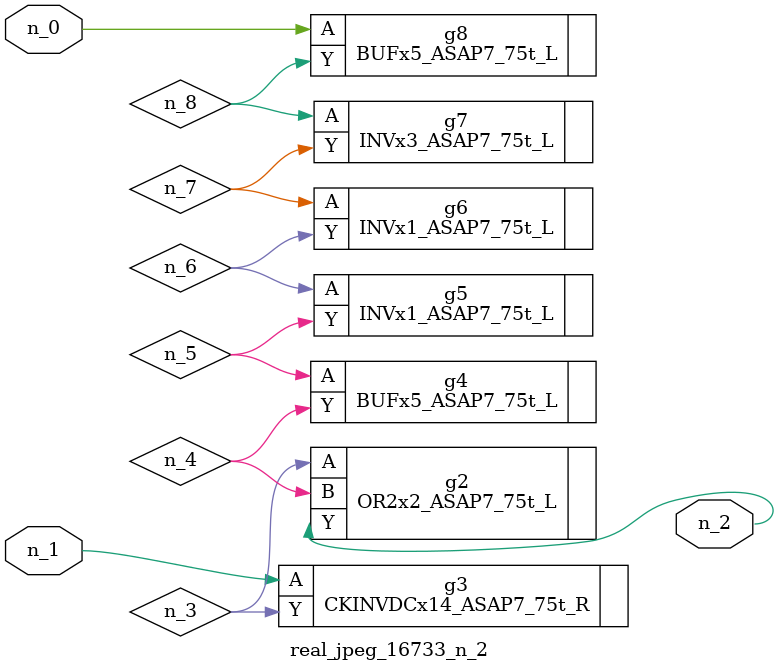
<source format=v>
module real_jpeg_16733_n_2 (n_1, n_0, n_2);

input n_1;
input n_0;

output n_2;

wire n_5;
wire n_4;
wire n_8;
wire n_6;
wire n_7;
wire n_3;

BUFx5_ASAP7_75t_L g8 ( 
.A(n_0),
.Y(n_8)
);

CKINVDCx14_ASAP7_75t_R g3 ( 
.A(n_1),
.Y(n_3)
);

OR2x2_ASAP7_75t_L g2 ( 
.A(n_3),
.B(n_4),
.Y(n_2)
);

BUFx5_ASAP7_75t_L g4 ( 
.A(n_5),
.Y(n_4)
);

INVx1_ASAP7_75t_L g5 ( 
.A(n_6),
.Y(n_5)
);

INVx1_ASAP7_75t_L g6 ( 
.A(n_7),
.Y(n_6)
);

INVx3_ASAP7_75t_L g7 ( 
.A(n_8),
.Y(n_7)
);


endmodule
</source>
